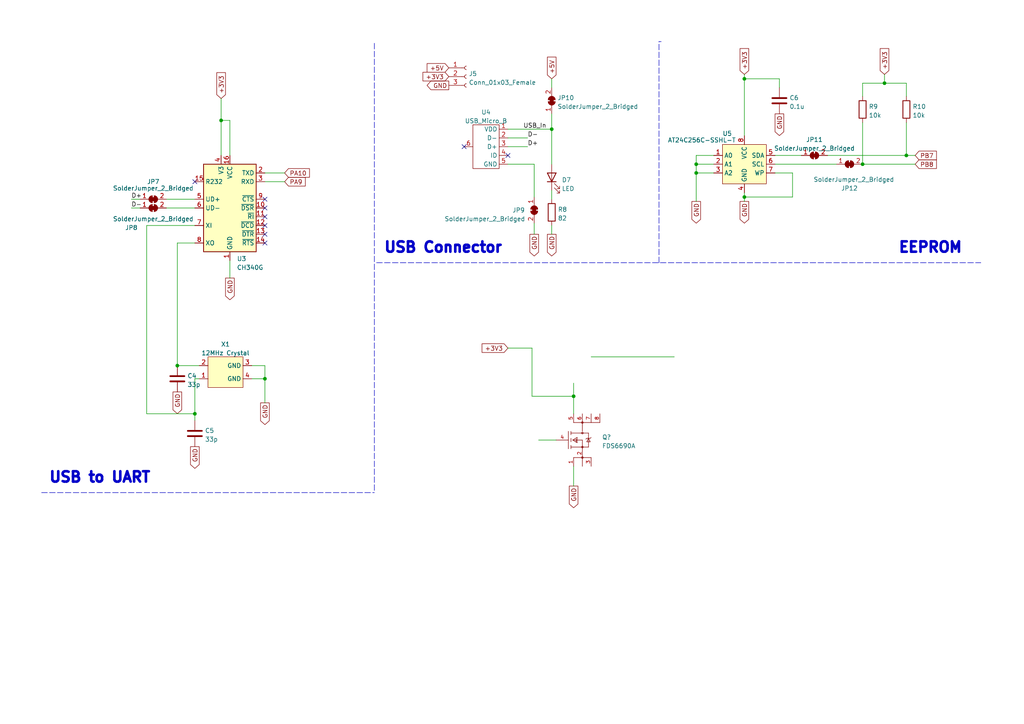
<source format=kicad_sch>
(kicad_sch (version 20211123) (generator eeschema)
  (paper "A4")
  (title_block (title "Microcontroller Interfacing") (date "2022-03-09") (rev "v1.0") (company "University of Cape Town") (comment 1 "Chips used here are EEPROM and FTDI chip (convert between USB connector and UART)") (comment 2 "External Pins connect to STM325f0 Discovery Board") (comment 3 "I2C is being used to connect EEPROM to microcontroller") (comment 4 "Authors: Heather Wimberley"))
  (lib_symbols
    (symbol "Connector:Conn_01x03_Female" (pin_names (offset 1.016) hide)
      (property "Reference" "J" (at 0 5.08 0))
      (property "Value" "Conn_01x03_Female" (at 0 -5.08 0))
      (symbol "Conn_01x03_Female_1_1"
        (arc (start 0 -2.032) (mid -0.508 -2.54) (end 0 -3.048) (stroke (width 0.1524)))
        (polyline (pts (xy -1.27 -2.54) (xy -0.508 -2.54)) (stroke (width 0.1524)))
        (polyline (pts (xy -1.27 0) (xy -0.508 0)) (stroke (width 0.1524)))
        (polyline (pts (xy -1.27 2.54) (xy -0.508 2.54)) (stroke (width 0.1524)))
        (arc (start 0 0.508) (mid -0.508 0) (end 0 -0.508) (stroke (width 0.1524)))
        (arc (start 0 3.048) (mid -0.508 2.54) (end 0 2.032) (stroke (width 0.1524)))
        (pin passive line (at -5.08 2.54 0) (length 3.81) (name "Pin_1") (number "1"))
        (pin passive line (at -5.08 0 0) (length 3.81) (name "Pin_2") (number "2"))
        (pin passive line (at -5.08 -2.54 0) (length 3.81) (name "Pin_3") (number "3"))
      )
    )
    (symbol "Device:C" (pin_numbers hide) (pin_names (offset 0.254))
      (property "Reference" "C" (at 0.635 2.54 0))
      (property "Value" "C" (at 0.635 -2.54 0))
      (symbol "C_0_1"
        (polyline (pts (xy -2.032 -0.762) (xy 2.032 -0.762)) (stroke (width 0.508)))
        (polyline (pts (xy -2.032 0.762) (xy 2.032 0.762)) (stroke (width 0.508)))
      )
      (symbol "C_1_1"
        (pin passive line (at 0 3.81 270) (length 2.794) (name "~") (number "1"))
        (pin passive line (at 0 -3.81 90) (length 2.794) (name "~") (number "2"))
      )
    )
    (symbol "Device:LED" (pin_numbers hide) (pin_names (offset 1.016) hide)
      (property "Reference" "D" (at 0 2.54 0))
      (property "Value" "LED" (at 0 -2.54 0))
      (symbol "LED_0_1"
        (polyline (pts (xy -1.27 -1.27) (xy -1.27 1.27)) (stroke (width 0.254)))
        (polyline (pts (xy -1.27 0) (xy 1.27 0)))
        (polyline (pts (xy 1.27 -1.27) (xy 1.27 1.27) (xy -1.27 0) (xy 1.27 -1.27)) (stroke (width 0.254)))
        (polyline (pts (xy -3.048 -0.762) (xy -4.572 -2.286) (xy -3.81 -2.286) (xy -4.572 -2.286) (xy -4.572 -1.524)))
        (polyline (pts (xy -1.778 -0.762) (xy -3.302 -2.286) (xy -2.54 -2.286) (xy -3.302 -2.286) (xy -3.302 -1.524)))
      )
      (symbol "LED_1_1"
        (pin passive line (at -3.81 0 0) (length 2.54) (name "K") (number "1"))
        (pin passive line (at 3.81 0 180) (length 2.54) (name "A") (number "2"))
      )
    )
    (symbol "Device:R" (pin_numbers hide) (pin_names (offset 0))
      (property "Reference" "R" (at 2.032 0 90))
      (property "Value" "R" (at 0 0 90))
      (symbol "R_0_1"
        (rectangle (start -1.016 -2.54) (end 1.016 2.54) (stroke (width 0.254)))
      )
      (symbol "R_1_1"
        (pin passive line (at 0 3.81 270) (length 1.27) (name "~") (number "1"))
        (pin passive line (at 0 -3.81 90) (length 1.27) (name "~") (number "2"))
      )
    )
    (symbol "Interface_USB:CH340G"
      (property "Reference" "U" (at -5.08 13.97 0))
      (property "Value" "CH340G" (at 1.27 13.97 0))
      (symbol "CH340G_0_1"
        (rectangle (start -7.62 12.7) (end 7.62 -12.7) (stroke (width 0.254)) (fill (type background)))
      )
      (symbol "CH340G_1_1"
        (pin power_in line (at 0 -15.24 90) (length 2.54) (name "GND") (number "1"))
        (pin input line (at 10.16 0 180) (length 2.54) (name "~{DSR}") (number "10"))
        (pin input line (at 10.16 -2.54 180) (length 2.54) (name "~{RI}") (number "11"))
        (pin input line (at 10.16 -5.08 180) (length 2.54) (name "~{DCD}") (number "12"))
        (pin output line (at 10.16 -7.62 180) (length 2.54) (name "~{DTR}") (number "13"))
        (pin output line (at 10.16 -10.16 180) (length 2.54) (name "~{RTS}") (number "14"))
        (pin input line (at -10.16 7.62 0) (length 2.54) (name "R232") (number "15"))
        (pin power_in line (at 0 15.24 270) (length 2.54) (name "VCC") (number "16"))
        (pin output line (at 10.16 10.16 180) (length 2.54) (name "TXD") (number "2"))
        (pin input line (at 10.16 7.62 180) (length 2.54) (name "RXD") (number "3"))
        (pin passive line (at -2.54 15.24 270) (length 2.54) (name "V3") (number "4"))
        (pin bidirectional line (at -10.16 2.54 0) (length 2.54) (name "UD+") (number "5"))
        (pin bidirectional line (at -10.16 0 0) (length 2.54) (name "UD-") (number "6"))
        (pin input line (at -10.16 -5.08 0) (length 2.54) (name "XI") (number "7"))
        (pin output line (at -10.16 -10.16 0) (length 2.54) (name "XO") (number "8"))
        (pin input line (at 10.16 2.54 180) (length 2.54) (name "~{CTS}") (number "9"))
      )
    )
    (symbol "Jumper:SolderJumper_2_Bridged" (pin_names (offset 0) hide)
      (property "Reference" "JP" (at 0 2.032 0))
      (property "Value" "SolderJumper_2_Bridged" (at 0 -2.54 0))
      (symbol "SolderJumper_2_Bridged_0_1"
        (rectangle (start -0.508 0.508) (end 0.508 -0.508) (fill (type outline)))
        (arc (start -0.254 1.016) (mid -1.27 0) (end -0.254 -1.016))
        (arc (start -0.254 1.016) (mid -1.27 0) (end -0.254 -1.016) (fill (type outline)))
        (polyline (pts (xy -0.254 1.016) (xy -0.254 -1.016)))
        (polyline (pts (xy 0.254 1.016) (xy 0.254 -1.016)))
        (arc (start 0.254 -1.016) (mid 1.27 0) (end 0.254 1.016))
        (arc (start 0.254 -1.016) (mid 1.27 0) (end 0.254 1.016) (fill (type outline)))
      )
      (symbol "SolderJumper_2_Bridged_1_1"
        (pin passive line (at -3.81 0 0) (length 2.54) (name "A") (number "1"))
        (pin passive line (at 3.81 0 180) (length 2.54) (name "B") (number "2"))
      )
    )
    (symbol "Symbol_EEE3088F:12MHz_SMD_Crystal"
      (property "Reference" "X" (at 0 6.35 0))
      (property "Value" "12MHz_SMD_Crystal" (at 0 -8.89 0))
      (symbol "12MHz_SMD_Crystal_0_1"
        (rectangle (start -5.08 3.81) (end 5.08 -5.08) (stroke (width 0.1524)) (fill (type background)))
      )
      (symbol "12MHz_SMD_Crystal_1_1"
        (pin input line (at -7.62 -2.54 0) (length 2.54) (name "") (number "1"))
        (pin input line (at -7.62 1.27 0) (length 2.54) (name "") (number "2"))
        (pin input line (at 7.62 1.27 180) (length 2.54) (name "GND") (number "3"))
        (pin input line (at 7.62 -2.54 180) (length 2.54) (name "GND") (number "4"))
      )
    )
    (symbol "Symbol_EEE3088F:AT24C256C-SSHL-T"
      (property "Reference" "U" (at -5.08 -7.62 0))
      (property "Value" "AT24C256C-SSHL-T" (at 12.065 6.985 0))
      (symbol "AT24C256C-SSHL-T_0_1"
        (rectangle (start -6.35 5.715) (end 6.35 -5.715) (stroke (width 0.1524)) (fill (type background)))
      )
      (symbol "AT24C256C-SSHL-T_1_1"
        (pin input line (at -8.89 2.54 0) (length 2.54) (name "A0") (number "1"))
        (pin input line (at -8.89 0 0) (length 2.54) (name "A1") (number "2"))
        (pin input line (at -8.89 -2.54 0) (length 2.54) (name "A2") (number "3"))
        (pin input line (at 0 -8.255 90) (length 2.54) (name "GND") (number "4"))
        (pin input line (at 8.89 2.54 180) (length 2.54) (name "SDA") (number "5"))
        (pin input line (at 8.89 0 180) (length 2.54) (name "SCL") (number "6"))
        (pin input line (at 8.89 -2.54 180) (length 2.54) (name "WP") (number "7"))
        (pin input line (at 0 8.255 270) (length 2.54) (name "VCC") (number "8"))
      )
    )
    (symbol "Symbol_EEE3088F:FDS6690A" (pin_names (offset 1.016))
      (property "Reference" "Q" (at 0 10.16 0))
      (property "Value" "FDS6690A" (at 0 12.7 0))
      (symbol "FDS6690A_1_1"
        (polyline (pts (xy 6.096 -2.54) (xy 6.096 2.54)))
        (polyline (pts (xy 6.858 -2.032) (xy 10.16 -2.032)))
        (polyline (pts (xy 6.858 -1.524) (xy 6.858 -2.54)))
        (polyline (pts (xy 6.858 0.508) (xy 6.858 -0.508)))
        (polyline (pts (xy 6.858 1.524) (xy 6.858 2.54)))
        (polyline (pts (xy 6.858 2.032) (xy 10.16 2.032)))
        (polyline (pts (xy 7.366 0) (xy 8.636 -0.762)))
        (polyline (pts (xy 7.366 0) (xy 8.636 0.762)))
        (polyline (pts (xy 7.62 -5.08) (xy 12.7 -5.08)))
        (polyline (pts (xy 7.62 0) (xy 10.16 0)))
        (polyline (pts (xy 7.62 5.08) (xy 15.24 5.08)))
        (polyline (pts (xy 8.382 0.254) (xy 8.382 -0.508)))
        (polyline (pts (xy 8.636 0.762) (xy 8.636 -0.762)))
        (polyline (pts (xy 10.16 -2.032) (xy 11.938 -2.032)))
        (polyline (pts (xy 10.16 5.08) (xy 10.16 2.54)))
        (polyline (pts (xy 11.43 -0.508) (xy 12.446 -0.508)))
        (polyline (pts (xy 11.43 0.508) (xy 11.176 0.254)))
        (polyline (pts (xy 11.938 -2.032) (xy 11.938 2.032)))
        (polyline (pts (xy 11.938 0.508) (xy 11.43 -0.508)))
        (polyline (pts (xy 11.938 0.508) (xy 11.43 0.508)))
        (polyline (pts (xy 11.938 0.508) (xy 12.446 0.508)))
        (polyline (pts (xy 11.938 2.032) (xy 10.16 2.032)))
        (polyline (pts (xy 12.446 -0.508) (xy 11.938 0.508)))
        (polyline (pts (xy 12.446 0.508) (xy 12.7 0.762)))
        (circle (center 10.16 -5.08) (radius 0.254))
        (circle (center 10.16 -2.032) (radius 0.254))
        (circle (center 10.16 2.032) (radius 0.254))
        (circle (center 10.16 5.08) (radius 0.254))
        (pin unspecified line (at 7.62 -7.62 90) (length 2.54) (name "S") (number "1"))
        (pin unspecified line (at 10.16 -7.62 90) (length 7.62) (name "S") (number "2"))
        (pin unspecified line (at 12.7 -7.62 90) (length 2.54) (name "S") (number "3"))
        (pin unspecified line (at 2.54 0 0) (length 3.556) (name "G") (number "4"))
        (pin unspecified line (at 7.62 7.62 270) (length 2.54) (name "D") (number "5"))
        (pin unspecified line (at 10.16 7.62 270) (length 2.54) (name "D") (number "6"))
        (pin unspecified line (at 12.7 7.62 270) (length 2.54) (name "D") (number "7"))
        (pin unspecified line (at 15.24 7.62 270) (length 2.54) (name "D") (number "8"))
      )
    )
    (symbol "Symbol_EEE3088F:USB_Micro_B_Female_Connector"
      (property "Reference" "U1" (at 1.27 9.999 0))
      (property "Value" "USB_Micro_B_Female_Connector" (at -1.27 -10.16 0))
      (symbol "USB_Micro_B_Female_Connector_0_1"
        (rectangle (start 5.08 6.35) (end -2.54 -6.35) (stroke (width 0.1524)))
      )
      (symbol "USB_Micro_B_Female_Connector_1_1"
        (pin input line (at 7.62 5.08 180) (length 2.54) (name "VDD") (number "1"))
        (pin input line (at 7.62 2.54 180) (length 2.54) (name "D-") (number "2"))
        (pin input line (at 7.62 0 180) (length 2.54) (name "D+") (number "3"))
        (pin input line (at 7.62 -2.54 180) (length 2.54) (name "ID") (number "4"))
        (pin input line (at 7.62 -5.08 180) (length 2.54) (name "GND") (number "5"))
        (pin input line (at -5.08 0 0) (length 2.54) (name "") (number "6"))
      )
    )
  )
  (junction (at 201.93 47.625))
  (junction (at 51.435 106.045))
  (junction (at 215.9 22.86))
  (junction (at 76.835 109.855))
  (junction (at 256.54 24.13))
  (junction (at 160.02 37.465))
  (junction (at 201.93 50.165))
  (junction (at 56.515 120.015))
  (junction (at 262.89 45.085))
  (junction (at 166.37 114.935))
  (junction (at 64.135 34.925))
  (junction (at 215.9 57.15))
  (junction (at 250.19 47.625))
  (no_connect (at 76.835 57.785))
  (no_connect (at 76.835 70.485))
  (no_connect (at 76.835 67.945))
  (no_connect (at 76.835 65.405))
  (no_connect (at 76.835 62.865))
  (no_connect (at 76.835 60.325))
  (no_connect (at 56.515 52.705))
  (no_connect (at 134.62 42.545))
  (no_connect (at 147.32 45.085))
  (wire (pts (xy 51.435 106.045) (xy 57.785 106.045)))
  (wire (pts (xy 76.835 109.855) (xy 76.835 116.84)))
  (wire (pts (xy 57.785 109.855) (xy 56.515 109.855)))
  (polyline (pts (xy 191.135 76.2) (xy 191.135 12.065)))
  (wire (pts (xy 160.02 22.86) (xy 160.02 25.4)))
  (wire (pts (xy 76.835 50.165) (xy 82.55 50.165)))
  (wire (pts (xy 38.1 60.325) (xy 40.64 60.325)))
  (wire (pts (xy 66.675 75.565) (xy 66.675 80.645)))
  (wire (pts (xy 201.93 45.085) (xy 201.93 47.625)))
  (wire (pts (xy 48.26 57.785) (xy 56.515 57.785)))
  (polyline (pts (xy 191.135 12.065) (xy 191.77 12.065)))
  (polyline (pts (xy 12.065 142.875) (xy 108.585 142.875)))
  (polyline (pts (xy 108.585 142.24) (xy 108.585 12.065)))
  (wire (pts (xy 224.79 45.085) (xy 232.41 45.085)))
  (wire (pts (xy 250.19 24.13) (xy 250.19 27.94)))
  (wire (pts (xy 201.93 45.085) (xy 207.01 45.085)))
  (wire (pts (xy 147.32 37.465) (xy 160.02 37.465)))
  (wire (pts (xy 42.545 65.405) (xy 42.545 120.015)))
  (wire (pts (xy 64.135 28.575) (xy 64.135 34.925)))
  (wire (pts (xy 256.54 24.13) (xy 262.89 24.13)))
  (wire (pts (xy 201.93 47.625) (xy 201.93 50.165)))
  (wire (pts (xy 256.54 21.59) (xy 256.54 24.13)))
  (wire (pts (xy 76.835 52.705) (xy 82.55 52.705)))
  (wire (pts (xy 224.79 47.625) (xy 242.57 47.625)))
  (wire (pts (xy 171.45 103.505) (xy 195.58 103.505)))
  (wire (pts (xy 226.06 22.86) (xy 226.06 25.4)))
  (wire (pts (xy 56.515 120.015) (xy 42.545 120.015)))
  (wire (pts (xy 156.21 127.635) (xy 161.29 127.635)))
  (wire (pts (xy 201.93 50.165) (xy 201.93 58.42)))
  (wire (pts (xy 51.435 70.485) (xy 51.435 106.045)))
  (wire (pts (xy 166.37 111.125) (xy 166.37 114.935)))
  (wire (pts (xy 262.89 27.94) (xy 262.89 24.13)))
  (wire (pts (xy 166.37 114.935) (xy 166.37 120.015)))
  (wire (pts (xy 201.93 50.165) (xy 207.01 50.165)))
  (wire (pts (xy 147.32 42.545) (xy 153.035 42.545)))
  (wire (pts (xy 160.02 33.02) (xy 160.02 37.465)))
  (wire (pts (xy 215.9 22.86) (xy 226.06 22.86)))
  (wire (pts (xy 38.1 57.785) (xy 40.64 57.785)))
  (wire (pts (xy 51.435 70.485) (xy 56.515 70.485)))
  (wire (pts (xy 66.675 45.085) (xy 66.675 34.925)))
  (wire (pts (xy 215.9 21.59) (xy 215.9 22.86)))
  (wire (pts (xy 76.835 106.045) (xy 76.835 109.855)))
  (wire (pts (xy 73.025 106.045) (xy 76.835 106.045)))
  (wire (pts (xy 154.94 47.625) (xy 154.94 57.15)))
  (wire (pts (xy 262.89 35.56) (xy 262.89 45.085)))
  (wire (pts (xy 147.32 40.005) (xy 153.035 40.005)))
  (polyline (pts (xy 109.22 76.2) (xy 284.48 76.2)))
  (wire (pts (xy 166.37 114.935) (xy 154.305 114.935)))
  (wire (pts (xy 56.515 109.855) (xy 56.515 120.015)))
  (wire (pts (xy 160.02 55.245) (xy 160.02 57.785)))
  (wire (pts (xy 215.9 55.88) (xy 215.9 57.15)))
  (wire (pts (xy 48.26 60.325) (xy 56.515 60.325)))
  (wire (pts (xy 262.89 45.085) (xy 265.43 45.085)))
  (wire (pts (xy 147.32 47.625) (xy 154.94 47.625)))
  (wire (pts (xy 256.54 24.13) (xy 250.19 24.13)))
  (wire (pts (xy 64.135 34.925) (xy 64.135 45.085)))
  (wire (pts (xy 240.03 45.085) (xy 262.89 45.085)))
  (wire (pts (xy 229.87 57.15) (xy 215.9 57.15)))
  (wire (pts (xy 154.305 114.935) (xy 154.305 100.965)))
  (wire (pts (xy 160.02 65.405) (xy 160.02 67.945)))
  (wire (pts (xy 160.02 37.465) (xy 160.02 47.625)))
  (wire (pts (xy 76.835 109.855) (xy 73.025 109.855)))
  (wire (pts (xy 64.135 34.925) (xy 66.675 34.925)))
  (wire (pts (xy 42.545 65.405) (xy 56.515 65.405)))
  (wire (pts (xy 250.19 35.56) (xy 250.19 47.625)))
  (wire (pts (xy 215.9 22.86) (xy 215.9 39.37)))
  (wire (pts (xy 224.79 50.165) (xy 229.87 50.165)))
  (wire (pts (xy 229.87 50.165) (xy 229.87 57.15)))
  (wire (pts (xy 154.305 100.965) (xy 147.32 100.965)))
  (wire (pts (xy 215.9 57.15) (xy 215.9 58.42)))
  (wire (pts (xy 166.37 135.255) (xy 166.37 140.97)))
  (wire (pts (xy 201.93 47.625) (xy 207.01 47.625)))
  (wire (pts (xy 154.94 64.77) (xy 154.94 67.945)))
  (wire (pts (xy 56.515 120.015) (xy 56.515 121.92)))
  (wire (pts (xy 250.19 47.625) (xy 265.43 47.625)))
  (text "EEPROM" (at 260.35 73.66 0) (effects (font (size 3 3) (thickness 0.8) bold) (justify left bottom)))
  (text "USB to UART" (at 13.97 140.335 0) (effects (font (size 3 3) (thickness 0.8) bold) (justify left bottom)))
  (text "USB Connector\n" (at 111.125 73.66 0) (effects (font (size 3 3) (thickness 0.8) bold) (justify left bottom)))
  (label "D-" (at 153.035 40.005 0))
  (label "D-" (at 38.1 60.325 0))
  (label "D+" (at 153.035 42.545 0))
  (label "D+" (at 38.1 57.785 0))
  (label "USB_In" (at 151.765 37.465 0))
  (global_label "GND" (shape output) (at 154.94 67.945 270) (property "Intersheet References" "${INTERSHEET_REFS}" (effects hide)))
  (global_label "GND" (shape output) (at 56.515 129.54 270) (property "Intersheet References" "${INTERSHEET_REFS}" (effects hide)))
  (global_label "+3V3" (shape input) (at 215.9 21.59 90) (property "Intersheet References" "${INTERSHEET_REFS}" (effects hide)))
  (global_label "GND" (shape output) (at 66.675 80.645 270) (property "Intersheet References" "${INTERSHEET_REFS}" (effects hide)))
  (global_label "+3V3" (shape input) (at 256.54 21.59 90) (property "Intersheet References" "${INTERSHEET_REFS}" (effects hide)))
  (global_label "GND" (shape output) (at 201.93 58.42 270) (property "Intersheet References" "${INTERSHEET_REFS}" (effects hide)))
  (global_label "GND" (shape output) (at 166.37 140.97 270) (property "Intersheet References" "${INTERSHEET_REFS}" (effects hide)))
  (global_label "GND" (shape output) (at 226.06 33.02 270) (property "Intersheet References" "${INTERSHEET_REFS}" (effects hide)))
  (global_label "PB8" (shape input) (at 265.43 47.625 0) (property "Intersheet References" "${INTERSHEET_REFS}" (effects hide)))
  (global_label "+3V3" (shape input) (at 130.175 22.225 180) (property "Intersheet References" "${INTERSHEET_REFS}" (effects hide)))
  (global_label "PA10" (shape input) (at 82.55 50.165 0) (property "Intersheet References" "${INTERSHEET_REFS}" (effects hide)))
  (global_label "+5V" (shape input) (at 160.02 22.86 90) (property "Intersheet References" "${INTERSHEET_REFS}" (effects hide)))
  (global_label "PA9" (shape input) (at 82.55 52.705 0) (property "Intersheet References" "${INTERSHEET_REFS}" (effects hide)))
  (global_label "GND" (shape output) (at 160.02 67.945 270) (property "Intersheet References" "${INTERSHEET_REFS}" (effects hide)))
  (global_label "+5V" (shape input) (at 130.175 19.685 180) (property "Intersheet References" "${INTERSHEET_REFS}" (effects hide)))
  (global_label "GND" (shape output) (at 130.175 24.765 180) (property "Intersheet References" "${INTERSHEET_REFS}" (effects hide)))
  (global_label "GND" (shape output) (at 76.835 116.84 270) (property "Intersheet References" "${INTERSHEET_REFS}" (effects hide)))
  (global_label "GND" (shape output) (at 215.9 58.42 270) (property "Intersheet References" "${INTERSHEET_REFS}" (effects hide)))
  (global_label "GND" (shape output) (at 51.435 113.665 270) (property "Intersheet References" "${INTERSHEET_REFS}" (effects hide)))
  (global_label "PB7" (shape input) (at 265.43 45.085 0) (property "Intersheet References" "${INTERSHEET_REFS}" (effects hide)))
  (global_label "+3V3" (shape input) (at 64.135 28.575 90) (property "Intersheet References" "${INTERSHEET_REFS}" (effects hide)))
  (global_label "+3V3" (shape input) (at 147.32 100.965 180) (property "Intersheet References" "${INTERSHEET_REFS}" (effects hide)))
  (symbol (lib_id "Device:C") (at 51.435 109.855 0) (unit 1)
    (property "Reference" "C4" (at 54.356 109.0203 0) (effects (justify left)))
    (property "Value" "33p" (at 54.356 111.5572 0) (effects (justify left)))
    (property "Footprint" "Footprint_EEE3088F:C0402" (effects hide))
    (property "JLC Part #" "C1562" (effects hide))
    (property "Price" "$0.0012" (effects hide))
    (property "Extended/Basic" "B" (effects hide))
  )
  (symbol (lib_id "Connector:Conn_01x03_Female") (at 135.255 22.225 0) (unit 1)
    (property "Reference" "J5" (at 135.9662 21.3903 0) (effects (justify left)))
    (property "Value" "Conn_01x03_Female" (at 135.9662 23.9272 0) (effects (justify left)))
  )
  (symbol (lib_id "Jumper:SolderJumper_2_Bridged") (at 44.45 60.325 0) (unit 1)
    (property "Reference" "JP8" (at 38.1 66.04 0))
    (property "Value" "SolderJumper_2_Bridged" (at 44.45 63.5 0))
    (property "Footprint" "Jumper:SolderJumper-2_P1.3mm_Bridged2Bar_Pad1.0x1.5mm" (effects hide))
  )
  (symbol (lib_id "Symbol_EEE3088F:USB_Micro_B_Female_Connector") (at 139.7 42.545 0) (unit 1)
    (property "Reference" "U4" (at 140.97 32.546 0))
    (property "Value" "USB_Micro_B" (at 140.97 35.0829 0))
    (property "Footprint" "Footprint_EEE3088F:MICRO-USB-SMD_U254-051T-4BH83-S1S" (effects hide))
    (property "Populate" "P" (effects hide))
    (property "JLC Part #" "C319160" (effects hide))
    (property "Price" "$0.0673" (effects hide))
    (property "Extended/Basic" "E" (effects hide))
  )
  (symbol (lib_id "Jumper:SolderJumper_2_Bridged") (at 154.94 60.96 270) (unit 1)
    (property "Reference" "JP9" (at 148.59 60.96 90) (effects (justify left)))
    (property "Value" "SolderJumper_2_Bridged" (at 128.905 63.5 90) (effects (justify left)))
    (property "Footprint" "Jumper:SolderJumper-2_P1.3mm_Bridged2Bar_Pad1.0x1.5mm" (effects hide))
  )
  (symbol (lib_id "Device:C") (at 226.06 29.21 0) (unit 1)
    (property "Reference" "C6" (at 228.981 28.3753 0) (effects (justify left)))
    (property "Value" "0.1u" (at 228.981 30.9122 0) (effects (justify left)))
    (property "Footprint" "Connector_PinHeader_1.00mm:PinHeader_1x02_P1.00mm_Vertical" (effects hide))
    (property "JLC Part #" "C1525" (effects hide))
    (property "Price" "$0.0011" (effects hide))
    (property "Extended/Basic" "B" (effects hide))
  )
  (symbol (lib_id "Symbol_EEE3088F:AT24C256C-SSHL-T") (at 215.9 47.625 0) (unit 1)
    (property "Reference" "U5" (at 209.55 38.735 0) (effects (justify left)))
    (property "Value" "AT24C256C-SSHL-T" (at 193.675 40.64 0) (effects (justify left)))
    (property "Footprint" "Footprint_EEE3088F:SOIC-8_L4.9-W3.9-P1.27-LS6.0-BL" (effects hide))
    (property "Populate" "P" (effects hide))
    (property "JLC Part #" "C6482" (effects hide))
    (property "Price" "$1.5556" (effects hide))
    (property "Extended/Basic" "B" (effects hide))
  )
  (symbol (lib_id "Symbol_EEE3088F:12MHz_SMD_Crystal") (at 65.405 107.315 0) (unit 1)
    (property "Reference" "X1" (at 65.405 99.856 0))
    (property "Value" "12MHz Crystal" (at 65.405 102.3929 0))
    (property "Footprint" "Footprint_EEE3088F:OSC-SMD_4P-L3.2-W2.5-BL" (effects hide))
    (property "Populate" "P" (effects hide))
    (property "JLC Part #" "C9002" (effects hide))
    (property "Price" "$0.1054" (effects hide))
    (property "Extended/Basic" "B" (effects hide))
  )
  (symbol (lib_id "Jumper:SolderJumper_2_Bridged") (at 44.45 57.785 0) (unit 1)
    (property "Reference" "JP7" (at 44.45 52.705 0))
    (property "Value" "SolderJumper_2_Bridged" (at 44.45 54.61 0))
    (property "Footprint" "Jumper:SolderJumper-2_P1.3mm_Bridged2Bar_Pad1.0x1.5mm" (effects hide))
  )
  (symbol (lib_id "Device:R") (at 262.89 31.75 0) (unit 1)
    (property "Reference" "R10" (at 264.668 30.9153 0) (effects (justify left)))
    (property "Value" "10k" (at 264.668 33.4522 0) (effects (justify left)))
    (property "Footprint" "Footprint_EEE3088F:R0402" (effects hide))
    (property "JLC Part #" "C25744" (effects hide))
    (property "Price" "$0.0007" (effects hide))
    (property "Extended/Basic" "B" (effects hide))
  )
  (symbol (lib_id "Device:R") (at 250.19 31.75 0) (unit 1)
    (property "Reference" "R9" (at 251.968 30.9153 0) (effects (justify left)))
    (property "Value" "10k" (at 251.968 33.4522 0) (effects (justify left)))
    (property "Footprint" "Footprint_EEE3088F:R0402" (effects hide))
    (property "JLC Part #" "C25744" (effects hide))
    (property "Price" "$0.0007" (effects hide))
    (property "Extended/Basic" "B" (effects hide))
  )
  (symbol (lib_id "Device:R") (at 160.02 61.595 0) (unit 1)
    (property "Reference" "R8" (at 161.798 60.7603 0) (effects (justify left)))
    (property "Value" "82" (at 161.798 63.2972 0) (effects (justify left)))
    (property "Footprint" "Footprint_EEE3088F:R0603" (effects hide))
    (property "JLC Part #" "C23255" (effects hide))
    (property "Price" "$0.0014" (effects hide))
    (property "Extended/Basic" "B" (effects hide))
  )
  (symbol (lib_id "Symbol_EEE3088F:FDS6690A") (at 158.75 127.635 0) (unit 1)
    (property "Reference" "Q?" (at 174.625 126.8003 0) (effects (justify left)))
    (property "Value" "FDS6690A" (at 174.625 129.3372 0) (effects (justify left)))
    (property "Footprint" "ON_Semi-CASE_751EB-0-0-*" (effects hide))
    (property "Datasheet" "http://www.onsemi.ru.com/pub/Collateral/FDS6690A-D.PDF" (effects hide))
    (property "category" "Trans" (effects hide))
    (property "digikey description" "N-Channel 30V 11A (Ta) 2.5W (Ta) Surface Mount 8-SO" (effects hide))
    (property "digikey part number" "FDS6690ACT-ND" (effects hide))
    (property "lead free" "yes" (effects hide))
    (property "library id" "f343f3e1ec73a186" (effects hide))
    (property "manufacturer" "ON Semi" (effects hide))
    (property "mouser part number" "512-FDS6690A" (effects hide))
    (property "package" "SO8" (effects hide))
    (property "rohs" "yes" (effects hide))
    (property "temperature range high" "+150°C" (effects hide))
    (property "temperature range low" "-55°C" (effects hide))
  )
  (symbol (lib_id "Device:C") (at 56.515 125.73 0) (unit 1)
    (property "Reference" "C5" (at 59.436 124.8953 0) (effects (justify left)))
    (property "Value" "33p" (at 59.436 127.4322 0) (effects (justify left)))
    (property "Footprint" "Footprint_EEE3088F:C0402" (effects hide))
    (property "JLC Part #" "C1562" (effects hide))
    (property "Price" "$0.0012" (effects hide))
    (property "Extended/Basic" "B" (effects hide))
  )
  (symbol (lib_id "Interface_USB:CH340G") (at 66.675 60.325 0) (unit 1)
    (property "Reference" "U3" (at 68.6944 75.0554 0) (effects (justify left)))
    (property "Value" "CH340G" (at 68.6944 77.5923 0) (effects (justify left)))
    (property "Footprint" "Package_SO:SOIC-16_3.9x9.9mm_P1.27mm" (effects hide))
    (property "Datasheet" "http://www.datasheet5.com/pdf-local-2195953" (effects hide))
    (property "Populate" "P" (effects hide))
    (property "JLC Part #" "C14267" (effects hide))
    (property "Price" "$0.5856" (effects hide))
    (property "Extended/Basic" "E" (effects hide))
  )
  (symbol (lib_id "Jumper:SolderJumper_2_Bridged") (at 160.02 29.21 90) (unit 1)
    (property "Reference" "JP10" (at 161.671 28.3753 90) (effects (justify right)))
    (property "Value" "SolderJumper_2_Bridged" (at 161.671 30.9122 90) (effects (justify right)))
    (property "Footprint" "Jumper:SolderJumper-2_P1.3mm_Bridged2Bar_Pad1.0x1.5mm" (effects hide))
  )
  (symbol (lib_id "Jumper:SolderJumper_2_Bridged") (at 246.38 47.625 0) (unit 1)
    (property "Reference" "JP12" (at 246.38 54.61 0))
    (property "Value" "SolderJumper_2_Bridged" (at 247.65 52.07 0))
    (property "Footprint" "Jumper:SolderJumper-2_P1.3mm_Bridged2Bar_Pad1.0x1.5mm" (effects hide))
  )
  (symbol (lib_id "Jumper:SolderJumper_2_Bridged") (at 236.22 45.085 0) (unit 1)
    (property "Reference" "JP11" (at 236.22 40.4962 0))
    (property "Value" "SolderJumper_2_Bridged" (at 236.22 43.0331 0))
    (property "Footprint" "Jumper:SolderJumper-2_P1.3mm_Bridged2Bar_Pad1.0x1.5mm" (effects hide))
  )
  (symbol (lib_id "Device:LED") (at 160.02 51.435 90) (unit 1)
    (property "Reference" "D7" (at 162.941 52.1878 90) (effects (justify right)))
    (property "Value" "LED" (at 162.941 54.7247 90) (effects (justify right)))
    (property "Footprint" "Footprint_EEE3088F:LED0603-R-RD" (effects hide))
    (property "JLC Part #" "C2286" (effects hide))
    (property "Price" "$0.0032" (effects hide))
    (property "Extended/Basic" "B" (effects hide))
  )
)
</source>
